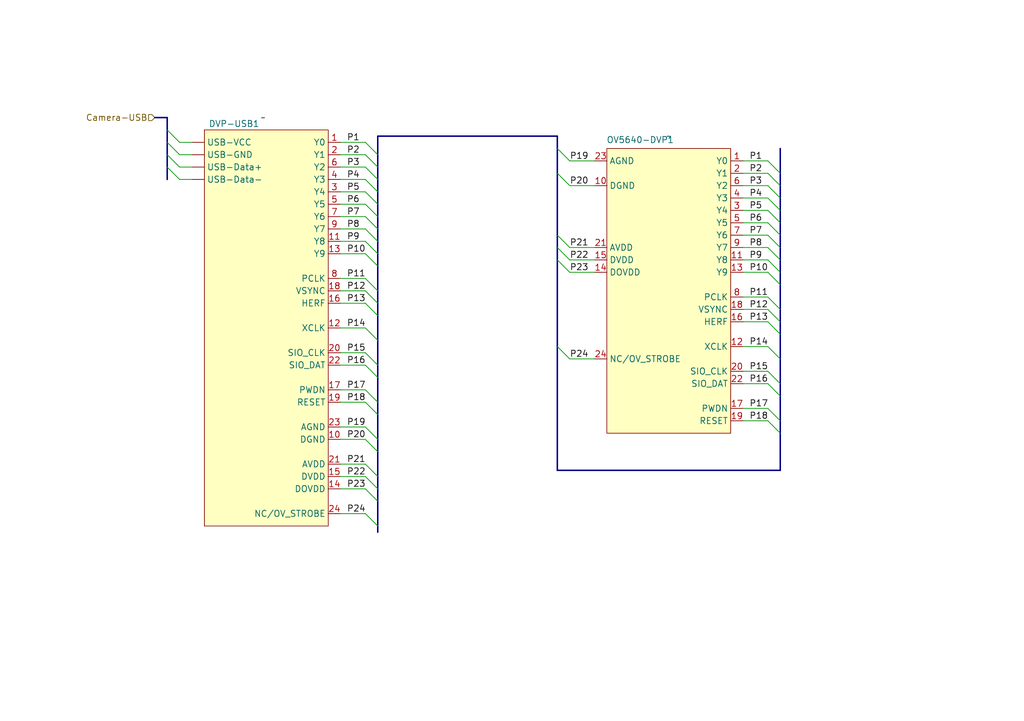
<source format=kicad_sch>
(kicad_sch (version 20250114) (generator "eeschema") (generator_version "9.0")
  (paper "A5")
  (title_block (title "World Navigation Hat") (date "2025-11-13") (rev "1.0") (company "University of San Agustin") (comment 1 "Daywan, Vince Ginno B. ") (comment 2 "ChenLin Wang") (comment 3 "Pabito, Ethel Herna C.") (comment 4 "D’Souza, Jason C"))
  (lib_symbols
    (symbol "4xxx:OV5640-SCCB"
      (property "Reference" "OV5640-SCCB" (at -6.35 30.48 0))
      (symbol "OV5640-SCCB_0_0"
        (pin output line (at -15.24 26.67 0) (length 2.54) (name "AGND") (number "23"))
        (pin output line (at -15.24 8.89 0) (length 2.54) (name "AVDD") (number "21"))
        (pin output line (at -15.24 6.35 0) (length 2.54) (name "DVDD") (number "15"))
        (pin output line (at -15.24 3.81 0) (length 2.54) (name "DOVDD") (number "14"))
        (pin output line (at 15.24 26.67 180) (length 2.54) (name "Y0") (number "1"))
        (pin output line (at 15.24 24.13 180) (length 2.54) (name "Y1") (number "2"))
        (pin output line (at 15.24 21.59 180) (length 2.54) (name "Y2") (number "6"))
        (pin output line (at 15.24 19.05 180) (length 2.54) (name "Y3") (number "4"))
        (pin output line (at 15.24 16.51 180) (length 2.54) (name "Y4") (number "3"))
        (pin output line (at 15.24 13.97 180) (length 2.54) (name "Y5") (number "5"))
        (pin output line (at 15.24 8.89 180) (length 2.54) (name "Y7") (number "9"))
        (pin output line (at 15.24 6.35 180) (length 2.54) (name "Y8") (number "11"))
        (pin output line (at 15.24 3.81 180) (length 2.54) (name "Y9") (number "13"))
        (pin output line (at 15.24 -1.27 180) (length 2.54) (name "PCLK") (number "8"))
        (pin output line (at 15.24 -3.81 180) (length 2.54) (name "VSYNC") (number "18"))
        (pin output line (at 15.24 -6.35 180) (length 2.54) (name "HERF") (number "16"))
        (pin output line (at 15.24 -11.43 180) (length 2.54) (name "XCLK") (number "12"))
        (pin output line (at 15.24 -16.51 180) (length 2.54) (name "SIO_CLK") (number "20"))
        (pin output line (at 15.24 -19.05 180) (length 2.54) (name "SIO_DAT") (number "22"))
        (pin output line (at 15.24 -24.13 180) (length 2.54) (name "PWDN") (number "17"))
        (pin output line (at 15.24 -26.67 180) (length 2.54) (name "RESET") (number "19"))
      )
      (symbol "OV5640-SCCB_1_0"
        (pin output line (at -15.24 21.59 0) (length 2.54) (name "DGND") (number "10"))
        (pin output line (at -15.24 -13.97 0) (length 2.54) (name "NC/OV_STROBE") (number "24"))
        (pin output line (at 15.24 11.43 180) (length 2.54) (name "Y6") (number "7"))
      )
      (symbol "OV5640-SCCB_1_1"
        (rectangle (start -12.7 29.21) (end 12.7 -29.21) (fill (type background)))
      )
    )
    (symbol "4xxx:SCCB-to-USB"
      (property "Reference" "SCCB-USB" (at -7.366 42.164 0))
      (symbol "SCCB-to-USB_0_0"
        (pin input line (at 15.24 38.1 180) (length 2.54) (name "Y0") (number "1"))
        (pin input line (at 15.24 35.56 180) (length 2.54) (name "Y1") (number "2"))
        (pin input line (at 15.24 33.02 180) (length 2.54) (name "Y2") (number "6"))
        (pin input line (at 15.24 30.48 180) (length 2.54) (name "Y3") (number "4"))
        (pin input line (at 15.24 27.94 180) (length 2.54) (name "Y4") (number "3"))
        (pin input line (at 15.24 25.4 180) (length 2.54) (name "Y5") (number "5"))
        (pin input line (at 15.24 20.32 180) (length 2.54) (name "Y7") (number "9"))
        (pin input line (at 15.24 17.78 180) (length 2.54) (name "Y8") (number "11"))
        (pin input line (at 15.24 15.24 180) (length 2.54) (name "Y9") (number "13"))
        (pin input line (at 15.24 10.16 180) (length 2.54) (name "PCLK") (number "8"))
        (pin input line (at 15.24 7.62 180) (length 2.54) (name "VSYNC") (number "18"))
        (pin input line (at 15.24 5.08 180) (length 2.54) (name "HERF") (number "16"))
        (pin input line (at 15.24 0 180) (length 2.54) (name "XCLK") (number "12"))
        (pin input line (at 15.24 -5.08 180) (length 2.54) (name "SIO_CLK") (number "20"))
        (pin input line (at 15.24 -7.62 180) (length 2.54) (name "SIO_DAT") (number "22"))
        (pin input line (at 15.24 -12.7 180) (length 2.54) (name "PWDN") (number "17"))
        (pin input line (at 15.24 -15.24 180) (length 2.54) (name "RESET") (number "19"))
        (pin input line (at 15.24 -20.32 180) (length 2.54) (name "AGND") (number "23"))
        (pin input line (at 15.24 -27.94 180) (length 2.54) (name "AVDD") (number "21"))
        (pin input line (at 15.24 -30.48 180) (length 2.54) (name "DVDD") (number "15"))
        (pin input line (at 15.24 -33.02 180) (length 2.54) (name "DOVDD") (number "14"))
      )
      (symbol "SCCB-to-USB_1_0"
        (pin output line (at -15.24 38.1 0) (length 2.54) (name "USB-VCC") (number ""))
        (pin output line (at -15.24 35.56 0) (length 2.54) (name "USB-GND") (number ""))
        (pin output line (at -15.24 33.02 0) (length 2.54) (name "USB-Data+") (number ""))
        (pin output line (at -15.24 30.48 0) (length 2.54) (name "USB-Data-") (number ""))
        (pin input line (at 15.24 22.86 180) (length 2.54) (name "Y6") (number "7"))
        (pin input line (at 15.24 -22.86 180) (length 2.54) (name "DGND") (number "10"))
        (pin input line (at 15.24 -38.1 180) (length 2.54) (name "NC/OV_STROBE") (number "24"))
      )
      (symbol "SCCB-to-USB_1_1"
        (rectangle (start -12.7 40.64) (end 12.7 -40.64) (fill (type background)))
      )
    )
  )
  (bus_entry (at 74.93 44.45) (size 2.54 2.54))
  (bus_entry (at 74.93 31.75) (size 2.54 2.54))
  (bus_entry (at 157.48 63.5) (size 2.54 2.54))
  (bus_entry (at 74.93 67.31) (size 2.54 2.54))
  (bus_entry (at 74.93 29.21) (size 2.54 2.54))
  (bus_entry (at 74.93 46.99) (size 2.54 2.54))
  (bus_entry (at 114.3 35.56) (size 2.54 2.54))
  (bus_entry (at 114.3 30.48) (size 2.54 2.54))
  (bus_entry (at 74.93 100.33) (size 2.54 2.54))
  (bus_entry (at 157.48 50.8) (size 2.54 2.54))
  (bus_entry (at 74.93 62.23) (size 2.54 2.54))
  (bus_entry (at 157.48 78.74) (size 2.54 2.54))
  (bus_entry (at 157.48 71.12) (size 2.54 2.54))
  (bus_entry (at 74.93 52.07) (size 2.54 2.54))
  (bus_entry (at 74.93 82.55) (size 2.54 2.54))
  (bus_entry (at 157.48 86.36) (size 2.54 2.54))
  (bus_entry (at 74.93 57.15) (size 2.54 2.54))
  (bus_entry (at 114.3 53.34) (size 2.54 2.54))
  (bus_entry (at 74.93 74.93) (size 2.54 2.54))
  (bus_entry (at 74.93 95.25) (size 2.54 2.54))
  (bus_entry (at 157.48 55.88) (size 2.54 2.54))
  (bus_entry (at 157.48 35.56) (size 2.54 2.54))
  (bus_entry (at 157.48 33.02) (size 2.54 2.54))
  (bus_entry (at 114.3 48.26) (size 2.54 2.54))
  (bus_entry (at 34.29 29.21) (size 2.54 2.54))
  (bus_entry (at 74.93 59.69) (size 2.54 2.54))
  (bus_entry (at 34.29 31.75) (size 2.54 2.54))
  (bus_entry (at 157.48 38.1) (size 2.54 2.54))
  (bus_entry (at 34.29 34.29) (size 2.54 2.54))
  (bus_entry (at 34.29 26.67) (size 2.54 2.54))
  (bus_entry (at 114.3 71.12) (size 2.54 2.54))
  (bus_entry (at 157.48 45.72) (size 2.54 2.54))
  (bus_entry (at 157.48 48.26) (size 2.54 2.54))
  (bus_entry (at 74.93 36.83) (size 2.54 2.54))
  (bus_entry (at 74.93 39.37) (size 2.54 2.54))
  (bus_entry (at 74.93 72.39) (size 2.54 2.54))
  (bus_entry (at 74.93 90.17) (size 2.54 2.54))
  (bus_entry (at 74.93 97.79) (size 2.54 2.54))
  (bus_entry (at 74.93 34.29) (size 2.54 2.54))
  (bus_entry (at 157.48 40.64) (size 2.54 2.54))
  (bus_entry (at 157.48 66.04) (size 2.54 2.54))
  (bus_entry (at 157.48 53.34) (size 2.54 2.54))
  (bus_entry (at 114.3 50.8) (size 2.54 2.54))
  (bus_entry (at 157.48 83.82) (size 2.54 2.54))
  (bus_entry (at 74.93 41.91) (size 2.54 2.54))
  (bus_entry (at 74.93 87.63) (size 2.54 2.54))
  (bus_entry (at 74.93 49.53) (size 2.54 2.54))
  (bus_entry (at 74.93 80.01) (size 2.54 2.54))
  (bus_entry (at 157.48 43.18) (size 2.54 2.54))
  (bus_entry (at 74.93 105.41) (size 2.54 2.54))
  (bus_entry (at 157.48 60.96) (size 2.54 2.54))
  (bus_entry (at 157.48 76.2) (size 2.54 2.54))
  (wire (pts (xy 69.85 74.93) (xy 74.93 74.93)))
  (bus (pts (xy 160.02 96.52) (xy 114.3 96.52)))
  (wire (pts (xy 36.83 36.83) (xy 39.37 36.83)))
  (wire (pts (xy 69.85 90.17) (xy 74.93 90.17)))
  (wire (pts (xy 69.85 46.99) (xy 74.93 46.99)))
  (bus (pts (xy 114.3 27.94) (xy 114.3 30.48)))
  (wire (pts (xy 152.4 78.74) (xy 157.48 78.74)))
  (bus (pts (xy 160.02 43.18) (xy 160.02 45.72)))
  (wire (pts (xy 152.4 35.56) (xy 157.48 35.56)))
  (bus (pts (xy 77.47 82.55) (xy 77.47 85.09)))
  (bus (pts (xy 77.47 64.77) (xy 77.47 69.85)))
  (bus (pts (xy 77.47 77.47) (xy 77.47 82.55)))
  (bus (pts (xy 77.47 27.94) (xy 77.47 31.75)))
  (wire (pts (xy 69.85 67.31) (xy 74.93 67.31)))
  (wire (pts (xy 69.85 41.91) (xy 74.93 41.91)))
  (bus (pts (xy 77.47 52.07) (xy 77.47 54.61)))
  (bus (pts (xy 160.02 53.34) (xy 160.02 55.88)))
  (bus (pts (xy 77.47 27.94) (xy 114.3 27.94)))
  (wire (pts (xy 116.84 50.8) (xy 121.92 50.8)))
  (wire (pts (xy 69.85 49.53) (xy 74.93 49.53)))
  (bus (pts (xy 160.02 68.58) (xy 160.02 73.66)))
  (wire (pts (xy 36.83 31.75) (xy 39.37 31.75)))
  (wire (pts (xy 116.84 55.88) (xy 121.92 55.88)))
  (bus (pts (xy 77.47 34.29) (xy 77.47 36.83)))
  (bus (pts (xy 160.02 66.04) (xy 160.02 68.58)))
  (wire (pts (xy 116.84 53.34) (xy 121.92 53.34)))
  (wire (pts (xy 69.85 97.79) (xy 74.93 97.79)))
  (bus (pts (xy 77.47 44.45) (xy 77.47 46.99)))
  (wire (pts (xy 152.4 50.8) (xy 157.48 50.8)))
  (wire (pts (xy 69.85 34.29) (xy 74.93 34.29)))
  (wire (pts (xy 69.85 105.41) (xy 74.93 105.41)))
  (bus (pts (xy 77.47 31.75) (xy 77.47 34.29)))
  (wire (pts (xy 69.85 62.23) (xy 74.93 62.23)))
  (wire (pts (xy 152.4 43.18) (xy 157.48 43.18)))
  (wire (pts (xy 152.4 83.82) (xy 157.48 83.82)))
  (wire (pts (xy 152.4 86.36) (xy 157.48 86.36)))
  (wire (pts (xy 36.83 29.21) (xy 39.37 29.21)))
  (wire (pts (xy 116.84 33.02) (xy 121.92 33.02)))
  (bus (pts (xy 77.47 59.69) (xy 77.47 62.23)))
  (bus (pts (xy 34.29 36.83) (xy 34.29 34.29)))
  (bus (pts (xy 34.29 31.75) (xy 34.29 29.21)))
  (bus (pts (xy 114.3 71.12) (xy 114.3 96.52)))
  (bus (pts (xy 114.3 50.8) (xy 114.3 53.34)))
  (bus (pts (xy 77.47 102.87) (xy 77.47 107.95)))
  (bus (pts (xy 160.02 63.5) (xy 160.02 66.04)))
  (bus (pts (xy 160.02 81.28) (xy 160.02 86.36)))
  (bus (pts (xy 160.02 40.64) (xy 160.02 43.18)))
  (wire (pts (xy 152.4 66.04) (xy 157.48 66.04)))
  (bus (pts (xy 160.02 55.88) (xy 160.02 58.42)))
  (bus (pts (xy 77.47 46.99) (xy 77.47 49.53)))
  (bus (pts (xy 160.02 50.8) (xy 160.02 53.34)))
  (wire (pts (xy 69.85 57.15) (xy 74.93 57.15)))
  (wire (pts (xy 152.4 71.12) (xy 157.48 71.12)))
  (bus (pts (xy 77.47 85.09) (xy 77.47 90.17)))
  (bus (pts (xy 114.3 35.56) (xy 114.3 48.26)))
  (bus (pts (xy 77.47 90.17) (xy 77.47 92.71)))
  (bus (pts (xy 77.47 74.93) (xy 77.47 77.47)))
  (bus (pts (xy 160.02 45.72) (xy 160.02 48.26)))
  (bus (pts (xy 114.3 30.48) (xy 114.3 35.56)))
  (wire (pts (xy 69.85 82.55) (xy 74.93 82.55)))
  (bus (pts (xy 77.47 36.83) (xy 77.47 39.37)))
  (bus (pts (xy 160.02 88.9) (xy 160.02 96.52)))
  (wire (pts (xy 69.85 72.39) (xy 74.93 72.39)))
  (wire (pts (xy 116.84 73.66) (xy 121.92 73.66)))
  (wire (pts (xy 152.4 38.1) (xy 157.48 38.1)))
  (wire (pts (xy 36.83 34.29) (xy 39.37 34.29)))
  (wire (pts (xy 69.85 44.45) (xy 74.93 44.45)))
  (bus (pts (xy 160.02 48.26) (xy 160.02 50.8)))
  (bus (pts (xy 160.02 58.42) (xy 160.02 63.5)))
  (bus (pts (xy 34.29 34.29) (xy 34.29 31.75)))
  (wire (pts (xy 152.4 60.96) (xy 157.48 60.96)))
  (bus (pts (xy 77.47 69.85) (xy 77.47 74.93)))
  (wire (pts (xy 116.84 38.1) (xy 121.92 38.1)))
  (bus (pts (xy 77.47 39.37) (xy 77.47 41.91)))
  (wire (pts (xy 152.4 40.64) (xy 157.48 40.64)))
  (bus (pts (xy 160.02 35.56) (xy 160.02 38.1)))
  (wire (pts (xy 152.4 53.34) (xy 157.48 53.34)))
  (bus (pts (xy 77.47 54.61) (xy 77.47 59.69)))
  (wire (pts (xy 69.85 80.01) (xy 74.93 80.01)))
  (wire (pts (xy 69.85 59.69) (xy 74.93 59.69)))
  (bus (pts (xy 77.47 107.95) (xy 77.47 109.22)))
  (wire (pts (xy 69.85 95.25) (xy 74.93 95.25)))
  (bus (pts (xy 160.02 30.48) (xy 160.02 35.56)))
  (bus (pts (xy 160.02 38.1) (xy 160.02 40.64)))
  (wire (pts (xy 69.85 29.21) (xy 74.93 29.21)))
  (wire (pts (xy 69.85 31.75) (xy 74.93 31.75)))
  (wire (pts (xy 152.4 76.2) (xy 157.48 76.2)))
  (bus (pts (xy 34.29 29.21) (xy 34.29 26.67)))
  (bus (pts (xy 160.02 73.66) (xy 160.02 78.74)))
  (bus (pts (xy 160.02 86.36) (xy 160.02 88.9)))
  (wire (pts (xy 69.85 52.07) (xy 74.93 52.07)))
  (bus (pts (xy 77.47 97.79) (xy 77.47 100.33)))
  (wire (pts (xy 152.4 45.72) (xy 157.48 45.72)))
  (bus (pts (xy 77.47 49.53) (xy 77.47 52.07)))
  (bus (pts (xy 34.29 24.13) (xy 31.75 24.13)))
  (bus (pts (xy 77.47 92.71) (xy 77.47 97.79)))
  (bus (pts (xy 77.47 41.91) (xy 77.47 44.45)))
  (bus (pts (xy 114.3 48.26) (xy 114.3 50.8)))
  (wire (pts (xy 152.4 48.26) (xy 157.48 48.26)))
  (bus (pts (xy 77.47 62.23) (xy 77.47 64.77)))
  (wire (pts (xy 152.4 63.5) (xy 157.48 63.5)))
  (wire (pts (xy 69.85 87.63) (xy 74.93 87.63)))
  (bus (pts (xy 114.3 53.34) (xy 114.3 71.12)))
  (wire (pts (xy 69.85 36.83) (xy 74.93 36.83)))
  (wire (pts (xy 152.4 55.88) (xy 157.48 55.88)))
  (bus (pts (xy 77.47 100.33) (xy 77.47 102.87)))
  (wire (pts (xy 69.85 100.33) (xy 74.93 100.33)))
  (bus (pts (xy 34.29 26.67) (xy 34.29 24.13)))
  (bus (pts (xy 160.02 78.74) (xy 160.02 81.28)))
  (wire (pts (xy 152.4 33.02) (xy 157.48 33.02)))
  (wire (pts (xy 69.85 39.37) (xy 74.93 39.37)))
  (label "P3" (at 153.67 38.1 0))
  (label "P2" (at 153.67 35.56 0))
  (label "P1" (at 153.67 33.02 0))
  (label "P6" (at 153.67 45.72 0))
  (label "P7" (at 153.67 48.26 0))
  (label "P8" (at 153.67 50.8 0))
  (label "P9" (at 153.67 53.34 0))
  (label "P10" (at 153.67 55.88 0))
  (label "P5" (at 153.67 43.18 0))
  (label "P4" (at 153.67 40.64 0))
  (label "P17" (at 153.67 83.82 0))
  (label "P18" (at 153.67 86.36 0))
  (label "P15" (at 153.67 76.2 0))
  (label "P16" (at 153.67 78.74 0))
  (label "P13" (at 153.67 66.04 0))
  (label "P14" (at 153.67 71.12 0))
  (label "P12" (at 153.67 63.5 0))
  (label "P11" (at 153.67 60.96 0))
  (label "P20" (at 116.84 38.1 0))
  (label "P19" (at 116.84 33.02 0))
  (label "P24" (at 116.84 73.66 0))
  (label "P23" (at 116.84 55.88 0))
  (label "P22" (at 116.84 53.34 0))
  (label "P21" (at 116.84 50.8 0))
  (label "P10" (at 71.12 52.07 0))
  (label "P11" (at 71.12 57.15 0))
  (label "P12" (at 71.12 59.69 0))
  (label "P13" (at 71.12 62.23 0))
  (label "P14" (at 71.12 67.31 0))
  (label "P15" (at 71.12 72.39 0))
  (label "P16" (at 71.12 74.93 0))
  (label "P17" (at 71.12 80.01 0))
  (label "P18" (at 71.12 82.55 0))
  (label "P19" (at 71.12 87.63 0))
  (label "P20" (at 71.12 90.17 0))
  (label "P21" (at 71.12 95.25 0))
  (label "P22" (at 71.12 97.79 0))
  (label "P23" (at 71.12 100.33 0))
  (label "P24" (at 71.12 105.41 0))
  (label "P3" (at 71.12 34.29 0))
  (label "P4" (at 71.12 36.83 0))
  (label "P5" (at 71.12 39.37 0))
  (label "P1" (at 71.12 29.21 0))
  (label "P2" (at 71.12 31.75 0))
  (label "P6" (at 71.12 41.91 0))
  (label "P7" (at 71.12 44.45 0))
  (label "P8" (at 71.12 46.99 0))
  (label "P9" (at 71.12 49.53 0))
  (hierarchical_label "Camera-USB" (shape input) (at 31.75 24.13 180))
  (symbol (lib_id "4xxx:SCCB-to-USB") (at 54.61 67.31 0) (unit 1)
    (property "Reference" "DVP-USB1" (at 48.006 25.4 0))
    (property "Value" "~" (at 53.975 24.13 0))
    (instances (project "Theses" (path "" (reference "DVP-USB1") (unit 1)) (path "" (reference "DVP-USB2") (unit 1))))
  )
  (symbol (lib_id "4xxx:OV5640-SCCB") (at 137.16 59.69 0) (unit 1)
    (property "Reference" "OV5640-DVP1" (at 131.318 28.702 0))
    (property "Value" "~" (at 137.16 27.94 0))
    (instances (project "Theses" (path "" (reference "OV5640-DVP1") (unit 1)) (path "" (reference "OV5640-DVP2") (unit 1))))
  )
)
</source>
